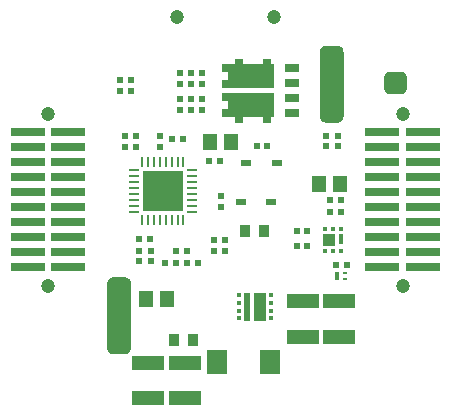
<source format=gts>
G04 #@! TF.FileFunction,Soldermask,Top*
%FSLAX46Y46*%
G04 Gerber Fmt 4.6, Leading zero omitted, Abs format (unit mm)*
G04 Created by KiCad (PCBNEW 201609280951+7255~55~ubuntu14.04.1-) date Wed Jan 11 23:22:20 2017*
%MOMM*%
%LPD*%
G01*
G04 APERTURE LIST*
%ADD10C,0.100000*%
%ADD11R,0.280000X0.850000*%
%ADD12R,0.850000X0.280000*%
%ADD13R,3.452000X3.452000*%
%ADD14R,0.900000X0.500000*%
%ADD15R,1.150000X1.450000*%
%ADD16R,0.450000X0.450000*%
%ADD17R,1.036000X2.450000*%
%ADD18R,0.562000X2.450000*%
%ADD19R,0.620000X0.620000*%
%ADD20R,0.950000X1.000000*%
%ADD21R,2.700000X1.150000*%
%ADD22C,1.200000*%
%ADD23C,2.000000*%
%ADD24R,2.920000X0.740000*%
%ADD25C,1.900000*%
%ADD26R,1.800000X2.000000*%
%ADD27R,0.800000X0.475000*%
%ADD28R,0.550000X0.650000*%
%ADD29R,3.900000X2.025000*%
%ADD30R,0.550000X0.750000*%
%ADD31R,1.250000X0.650000*%
%ADD32R,0.400000X0.700000*%
%ADD33R,0.400000X0.250000*%
%ADD34R,0.400000X0.455000*%
%ADD35R,1.050000X1.100000*%
%ADD36R,0.400000X0.850000*%
G04 APERTURE END LIST*
D10*
D11*
X96450000Y-96775000D03*
X95950000Y-96775000D03*
X95450000Y-96775000D03*
X94950000Y-96775000D03*
X94450000Y-96775000D03*
X93950000Y-96775000D03*
X93450000Y-96775000D03*
X92950000Y-96775000D03*
D12*
X92225000Y-97500000D03*
X92225000Y-98000000D03*
X92225000Y-98500000D03*
X92225000Y-99000000D03*
X92225000Y-99500000D03*
X92225000Y-100000000D03*
X92225000Y-100500000D03*
X92225000Y-101000000D03*
D11*
X92950000Y-101725000D03*
X93450000Y-101725000D03*
X93950000Y-101725000D03*
X94450000Y-101725000D03*
X94950000Y-101725000D03*
X95450000Y-101725000D03*
X95950000Y-101725000D03*
X96450000Y-101725000D03*
D12*
X97175000Y-101000000D03*
X97175000Y-100500000D03*
X97175000Y-100000000D03*
X97175000Y-99500000D03*
X97175000Y-99000000D03*
X97175000Y-98500000D03*
X97175000Y-98000000D03*
X97175000Y-97500000D03*
D13*
X94700000Y-99250000D03*
D14*
X104350000Y-96850000D03*
X101750000Y-96850000D03*
D15*
X95050000Y-108400000D03*
X93250000Y-108400000D03*
D16*
X101114000Y-110025000D03*
X101114000Y-109375000D03*
X101114000Y-108075000D03*
X101114000Y-108725000D03*
X103886000Y-108075000D03*
X103886000Y-108725000D03*
X103886000Y-109375000D03*
X103886000Y-110025000D03*
D17*
X102934000Y-109050000D03*
D18*
X101829000Y-109050000D03*
D19*
X91500000Y-94600000D03*
X91500000Y-95500000D03*
D20*
X95650000Y-111900000D03*
X97250000Y-111900000D03*
D21*
X96550000Y-113800000D03*
X96550000Y-116800000D03*
D22*
X95870000Y-84500000D03*
X104130000Y-84500000D03*
D10*
G36*
X91549009Y-106552408D02*
X91597545Y-106559607D01*
X91645142Y-106571530D01*
X91691342Y-106588060D01*
X91735698Y-106609039D01*
X91777785Y-106634265D01*
X91817197Y-106663495D01*
X91853553Y-106696447D01*
X91886505Y-106732803D01*
X91915735Y-106772215D01*
X91940961Y-106814302D01*
X91961940Y-106858658D01*
X91978470Y-106904858D01*
X91990393Y-106952455D01*
X91997592Y-107000991D01*
X92000000Y-107050000D01*
X92000000Y-112550000D01*
X91997592Y-112599009D01*
X91990393Y-112647545D01*
X91978470Y-112695142D01*
X91961940Y-112741342D01*
X91940961Y-112785698D01*
X91915735Y-112827785D01*
X91886505Y-112867197D01*
X91853553Y-112903553D01*
X91817197Y-112936505D01*
X91777785Y-112965735D01*
X91735698Y-112990961D01*
X91691342Y-113011940D01*
X91645142Y-113028470D01*
X91597545Y-113040393D01*
X91549009Y-113047592D01*
X91500000Y-113050000D01*
X90500000Y-113050000D01*
X90450991Y-113047592D01*
X90402455Y-113040393D01*
X90354858Y-113028470D01*
X90308658Y-113011940D01*
X90264302Y-112990961D01*
X90222215Y-112965735D01*
X90182803Y-112936505D01*
X90146447Y-112903553D01*
X90113495Y-112867197D01*
X90084265Y-112827785D01*
X90059039Y-112785698D01*
X90038060Y-112741342D01*
X90021530Y-112695142D01*
X90009607Y-112647545D01*
X90002408Y-112599009D01*
X90000000Y-112550000D01*
X90000000Y-107050000D01*
X90002408Y-107000991D01*
X90009607Y-106952455D01*
X90021530Y-106904858D01*
X90038060Y-106858658D01*
X90059039Y-106814302D01*
X90084265Y-106772215D01*
X90113495Y-106732803D01*
X90146447Y-106696447D01*
X90182803Y-106663495D01*
X90222215Y-106634265D01*
X90264302Y-106609039D01*
X90308658Y-106588060D01*
X90354858Y-106571530D01*
X90402455Y-106559607D01*
X90450991Y-106552408D01*
X90500000Y-106550000D01*
X91500000Y-106550000D01*
X91549009Y-106552408D01*
X91549009Y-106552408D01*
G37*
D23*
X91000000Y-109800000D03*
D10*
G36*
X109549009Y-86952408D02*
X109597545Y-86959607D01*
X109645142Y-86971530D01*
X109691342Y-86988060D01*
X109735698Y-87009039D01*
X109777785Y-87034265D01*
X109817197Y-87063495D01*
X109853553Y-87096447D01*
X109886505Y-87132803D01*
X109915735Y-87172215D01*
X109940961Y-87214302D01*
X109961940Y-87258658D01*
X109978470Y-87304858D01*
X109990393Y-87352455D01*
X109997592Y-87400991D01*
X110000000Y-87450000D01*
X110000000Y-92950000D01*
X109997592Y-92999009D01*
X109990393Y-93047545D01*
X109978470Y-93095142D01*
X109961940Y-93141342D01*
X109940961Y-93185698D01*
X109915735Y-93227785D01*
X109886505Y-93267197D01*
X109853553Y-93303553D01*
X109817197Y-93336505D01*
X109777785Y-93365735D01*
X109735698Y-93390961D01*
X109691342Y-93411940D01*
X109645142Y-93428470D01*
X109597545Y-93440393D01*
X109549009Y-93447592D01*
X109500000Y-93450000D01*
X108500000Y-93450000D01*
X108450991Y-93447592D01*
X108402455Y-93440393D01*
X108354858Y-93428470D01*
X108308658Y-93411940D01*
X108264302Y-93390961D01*
X108222215Y-93365735D01*
X108182803Y-93336505D01*
X108146447Y-93303553D01*
X108113495Y-93267197D01*
X108084265Y-93227785D01*
X108059039Y-93185698D01*
X108038060Y-93141342D01*
X108021530Y-93095142D01*
X108009607Y-93047545D01*
X108002408Y-92999009D01*
X108000000Y-92950000D01*
X108000000Y-87450000D01*
X108002408Y-87400991D01*
X108009607Y-87352455D01*
X108021530Y-87304858D01*
X108038060Y-87258658D01*
X108059039Y-87214302D01*
X108084265Y-87172215D01*
X108113495Y-87132803D01*
X108146447Y-87096447D01*
X108182803Y-87063495D01*
X108222215Y-87034265D01*
X108264302Y-87009039D01*
X108308658Y-86988060D01*
X108354858Y-86971530D01*
X108402455Y-86959607D01*
X108450991Y-86952408D01*
X108500000Y-86950000D01*
X109500000Y-86950000D01*
X109549009Y-86952408D01*
X109549009Y-86952408D01*
G37*
D23*
X109000000Y-90200000D03*
D24*
X86715000Y-105715000D03*
X83285000Y-105715000D03*
X86715000Y-104445000D03*
X83285000Y-104445000D03*
X86715000Y-103175000D03*
X83285000Y-103175000D03*
X86715000Y-101905000D03*
X83285000Y-101905000D03*
X86715000Y-100635000D03*
X83285000Y-100635000D03*
X86715000Y-99365000D03*
X83285000Y-99365000D03*
X86715000Y-98095000D03*
X83285000Y-98095000D03*
X86715000Y-96825000D03*
X83285000Y-96825000D03*
X86715000Y-95555000D03*
X83285000Y-95555000D03*
X86715000Y-94285000D03*
X83285000Y-94285000D03*
D22*
X85000000Y-92695000D03*
X85000000Y-107305000D03*
D24*
X116715000Y-105715000D03*
X113285000Y-105715000D03*
X116715000Y-104445000D03*
X113285000Y-104445000D03*
X116715000Y-103175000D03*
X113285000Y-103175000D03*
X116715000Y-101905000D03*
X113285000Y-101905000D03*
X116715000Y-100635000D03*
X113285000Y-100635000D03*
X116715000Y-99365000D03*
X113285000Y-99365000D03*
X116715000Y-98095000D03*
X113285000Y-98095000D03*
X116715000Y-96825000D03*
X113285000Y-96825000D03*
X116715000Y-95555000D03*
X113285000Y-95555000D03*
X116715000Y-94285000D03*
X113285000Y-94285000D03*
D22*
X115000000Y-92695000D03*
X115000000Y-107305000D03*
D10*
G36*
X114921558Y-89152287D02*
X114967668Y-89159127D01*
X115012885Y-89170453D01*
X115056775Y-89186157D01*
X115098913Y-89206087D01*
X115138896Y-89230052D01*
X115176337Y-89257820D01*
X115210876Y-89289124D01*
X115242180Y-89323663D01*
X115269948Y-89361104D01*
X115293913Y-89401087D01*
X115313843Y-89443225D01*
X115329547Y-89487115D01*
X115340873Y-89532332D01*
X115347713Y-89578442D01*
X115350000Y-89625000D01*
X115350000Y-90575000D01*
X115347713Y-90621558D01*
X115340873Y-90667668D01*
X115329547Y-90712885D01*
X115313843Y-90756775D01*
X115293913Y-90798913D01*
X115269948Y-90838896D01*
X115242180Y-90876337D01*
X115210876Y-90910876D01*
X115176337Y-90942180D01*
X115138896Y-90969948D01*
X115098913Y-90993913D01*
X115056775Y-91013843D01*
X115012885Y-91029547D01*
X114967668Y-91040873D01*
X114921558Y-91047713D01*
X114875000Y-91050000D01*
X113925000Y-91050000D01*
X113878442Y-91047713D01*
X113832332Y-91040873D01*
X113787115Y-91029547D01*
X113743225Y-91013843D01*
X113701087Y-90993913D01*
X113661104Y-90969948D01*
X113623663Y-90942180D01*
X113589124Y-90910876D01*
X113557820Y-90876337D01*
X113530052Y-90838896D01*
X113506087Y-90798913D01*
X113486157Y-90756775D01*
X113470453Y-90712885D01*
X113459127Y-90667668D01*
X113452287Y-90621558D01*
X113450000Y-90575000D01*
X113450000Y-89625000D01*
X113452287Y-89578442D01*
X113459127Y-89532332D01*
X113470453Y-89487115D01*
X113486157Y-89443225D01*
X113506087Y-89401087D01*
X113530052Y-89361104D01*
X113557820Y-89323663D01*
X113589124Y-89289124D01*
X113623663Y-89257820D01*
X113661104Y-89230052D01*
X113701087Y-89206087D01*
X113743225Y-89186157D01*
X113787115Y-89170453D01*
X113832332Y-89159127D01*
X113878442Y-89152287D01*
X113925000Y-89150000D01*
X114875000Y-89150000D01*
X114921558Y-89152287D01*
X114921558Y-89152287D01*
G37*
D25*
X114400000Y-90100000D03*
D19*
X97050000Y-91450000D03*
X96150000Y-91450000D03*
X97050000Y-89250000D03*
X96150000Y-89250000D03*
X99000000Y-103400000D03*
X99000000Y-104300000D03*
D15*
X98700000Y-95100000D03*
X100500000Y-95100000D03*
D21*
X106578206Y-108577916D03*
X106578206Y-111577916D03*
X109622756Y-108577916D03*
X109622756Y-111577916D03*
D15*
X107900000Y-98650000D03*
X109700000Y-98650000D03*
D19*
X99600000Y-99700000D03*
X99600000Y-100600000D03*
D20*
X101650000Y-102600000D03*
X103250000Y-102600000D03*
D19*
X95500000Y-94850000D03*
X96400000Y-94850000D03*
X94500000Y-95500000D03*
X94500000Y-94600000D03*
X99500000Y-96700000D03*
X98600000Y-96700000D03*
X92450000Y-95500000D03*
X92450000Y-94600000D03*
X96750000Y-105350000D03*
X97650000Y-105350000D03*
X96750000Y-104300000D03*
X95850000Y-104300000D03*
X94900000Y-105350000D03*
X95800000Y-105350000D03*
D21*
X93450000Y-116800000D03*
X93450000Y-113800000D03*
D19*
X92700000Y-104300000D03*
X92700000Y-105200000D03*
D14*
X101300000Y-100200000D03*
X103900000Y-100200000D03*
D26*
X103750000Y-113750000D03*
X99250000Y-113750000D03*
D27*
X101110000Y-88287500D03*
D28*
X99980000Y-88850000D03*
D29*
X102200000Y-89537500D03*
D30*
X99975000Y-90175000D03*
D31*
X105675000Y-88845000D03*
X105675000Y-90115000D03*
X105675000Y-91385000D03*
X105675000Y-92655000D03*
D29*
X102200000Y-91962500D03*
D30*
X99975000Y-91325000D03*
D28*
X99980000Y-92650000D03*
D27*
X103560000Y-88287500D03*
X101110000Y-93212500D03*
X103560000Y-93212500D03*
D32*
X109450000Y-106450000D03*
D33*
X110150000Y-106675000D03*
X110150000Y-106225000D03*
D19*
X106050000Y-102600000D03*
X106950000Y-102600000D03*
X98000000Y-92350000D03*
X98000000Y-91450000D03*
X106050000Y-103900000D03*
X106950000Y-103900000D03*
X97050000Y-92400000D03*
X96150000Y-92400000D03*
X110300000Y-105500000D03*
X109400000Y-105500000D03*
X97050000Y-90200000D03*
X96150000Y-90200000D03*
X98000000Y-90150000D03*
X98000000Y-89250000D03*
X92000000Y-89850000D03*
X92000000Y-90750000D03*
X91050000Y-90750000D03*
X91050000Y-89850000D03*
X109750000Y-101000000D03*
X108850000Y-101000000D03*
X108850000Y-100050000D03*
X109750000Y-100050000D03*
X100000000Y-103400000D03*
X100000000Y-104300000D03*
X108500000Y-94550000D03*
X108500000Y-95450000D03*
X109500000Y-95450000D03*
X109500000Y-94550000D03*
X102650000Y-95400000D03*
X103550000Y-95400000D03*
X93700000Y-104300000D03*
X93700000Y-105200000D03*
X93600000Y-103300000D03*
X92700000Y-103300000D03*
D34*
X109100000Y-104322500D03*
D35*
X108775000Y-103400000D03*
D34*
X108450000Y-104322500D03*
X108450000Y-102477500D03*
X109100000Y-102477500D03*
X109750000Y-104322500D03*
X109750000Y-102477500D03*
D36*
X109750000Y-103304000D03*
M02*

</source>
